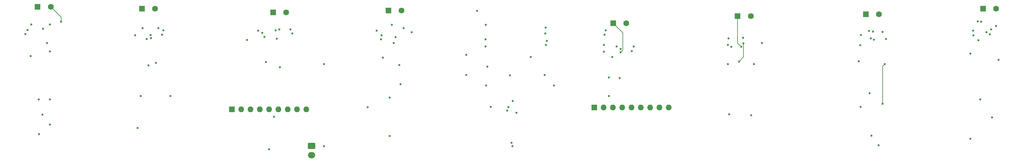
<source format=gbr>
%TF.GenerationSoftware,KiCad,Pcbnew,8.0.8*%
%TF.CreationDate,2025-05-04T20:59:53-05:00*%
%TF.ProjectId,Feedback_sleeve,46656564-6261-4636-9b5f-736c65657665,rev?*%
%TF.SameCoordinates,Original*%
%TF.FileFunction,Copper,L10,Inr*%
%TF.FilePolarity,Positive*%
%FSLAX46Y46*%
G04 Gerber Fmt 4.6, Leading zero omitted, Abs format (unit mm)*
G04 Created by KiCad (PCBNEW 8.0.8) date 2025-05-04 20:59:53*
%MOMM*%
%LPD*%
G01*
G04 APERTURE LIST*
G04 Aperture macros list*
%AMRoundRect*
0 Rectangle with rounded corners*
0 $1 Rounding radius*
0 $2 $3 $4 $5 $6 $7 $8 $9 X,Y pos of 4 corners*
0 Add a 4 corners polygon primitive as box body*
4,1,4,$2,$3,$4,$5,$6,$7,$8,$9,$2,$3,0*
0 Add four circle primitives for the rounded corners*
1,1,$1+$1,$2,$3*
1,1,$1+$1,$4,$5*
1,1,$1+$1,$6,$7*
1,1,$1+$1,$8,$9*
0 Add four rect primitives between the rounded corners*
20,1,$1+$1,$2,$3,$4,$5,0*
20,1,$1+$1,$4,$5,$6,$7,0*
20,1,$1+$1,$6,$7,$8,$9,0*
20,1,$1+$1,$8,$9,$2,$3,0*%
G04 Aperture macros list end*
%TA.AperFunction,ComponentPad*%
%ADD10RoundRect,0.250000X-0.550000X-0.550000X0.550000X-0.550000X0.550000X0.550000X-0.550000X0.550000X0*%
%TD*%
%TA.AperFunction,ComponentPad*%
%ADD11C,1.600000*%
%TD*%
%TA.AperFunction,ComponentPad*%
%ADD12R,1.600000X1.600000*%
%TD*%
%TA.AperFunction,ComponentPad*%
%ADD13O,1.600000X1.600000*%
%TD*%
%TA.AperFunction,ComponentPad*%
%ADD14RoundRect,0.250000X-0.750000X0.600000X-0.750000X-0.600000X0.750000X-0.600000X0.750000X0.600000X0*%
%TD*%
%TA.AperFunction,ComponentPad*%
%ADD15O,2.000000X1.700000*%
%TD*%
%TA.AperFunction,ViaPad*%
%ADD16C,0.600000*%
%TD*%
%TA.AperFunction,Conductor*%
%ADD17C,0.200000*%
%TD*%
G04 APERTURE END LIST*
D10*
%TO.N,Net-(J7-Pin_1)*%
%TO.C,J7*%
X242900000Y-17500000D03*
D11*
%TO.N,Net-(J7-Pin_2)*%
X246500000Y-17500000D03*
%TD*%
D10*
%TO.N,Net-(J8-Pin_1)*%
%TO.C,J8*%
X274900000Y-16000000D03*
D11*
%TO.N,Net-(J8-Pin_2)*%
X278500000Y-16000000D03*
%TD*%
D10*
%TO.N,Net-(J2-Pin_1)*%
%TO.C,J2*%
X45200000Y-16000000D03*
D11*
%TO.N,Net-(J2-Pin_2)*%
X48800000Y-16000000D03*
%TD*%
D10*
%TO.N,Net-(J6-Pin_1)*%
%TO.C,J6*%
X207900000Y-18000000D03*
D11*
%TO.N,Net-(J6-Pin_2)*%
X211500000Y-18000000D03*
%TD*%
D10*
%TO.N,Net-(J3-Pin_1)*%
%TO.C,J3*%
X81000000Y-17000000D03*
D11*
%TO.N,Net-(J3-Pin_2)*%
X84600000Y-17000000D03*
%TD*%
D12*
%TO.N,Net-(RN1-common)*%
%TO.C,RN2*%
X69760000Y-43500000D03*
D13*
%TO.N,Net-(RN2-R1)*%
X72300000Y-43500000D03*
%TO.N,Net-(RN2-R2)*%
X74840000Y-43500000D03*
%TO.N,Net-(RN2-R3)*%
X77380000Y-43500000D03*
%TO.N,Net-(RN2-R4)*%
X79920000Y-43500000D03*
%TO.N,Net-(RN2-R5)*%
X82460000Y-43500000D03*
%TO.N,Net-(RN2-R6)*%
X85000000Y-43500000D03*
%TO.N,Net-(RN2-R7)*%
X87540000Y-43500000D03*
%TO.N,Net-(RN2-R8)*%
X90080000Y-43500000D03*
%TD*%
D14*
%TO.N,Net-(J9-Pin_1)*%
%TO.C,J9*%
X91500000Y-53500000D03*
D15*
%TO.N,Net-(J9-Pin_2)*%
X91500000Y-56000000D03*
%TD*%
D10*
%TO.N,Net-(J4-Pin_1)*%
%TO.C,J4*%
X112500000Y-16500000D03*
D11*
%TO.N,Net-(J4-Pin_2)*%
X116100000Y-16500000D03*
%TD*%
D12*
%TO.N,Net-(RN1-common)*%
%TO.C,RN1*%
X168760000Y-43000000D03*
D13*
%TO.N,Net-(RN1-R1)*%
X171300000Y-43000000D03*
%TO.N,Net-(RN1-R2)*%
X173840000Y-43000000D03*
%TO.N,Net-(RN1-R3)*%
X176380000Y-43000000D03*
%TO.N,Net-(RN1-R4)*%
X178920000Y-43000000D03*
%TO.N,Net-(RN1-R5)*%
X181460000Y-43000000D03*
%TO.N,Net-(RN1-R6)*%
X184000000Y-43000000D03*
%TO.N,Net-(RN1-R7)*%
X186540000Y-43000000D03*
%TO.N,Net-(RN1-R8)*%
X189080000Y-43000000D03*
%TD*%
D10*
%TO.N,Net-(J1-Pin_1)*%
%TO.C,J1*%
X16700000Y-15500000D03*
D11*
%TO.N,Net-(J1-Pin_2)*%
X20300000Y-15500000D03*
%TD*%
D10*
%TO.N,Net-(J5-Pin_1)*%
%TO.C,J5*%
X173900000Y-20000000D03*
D11*
%TO.N,Net-(J5-Pin_2)*%
X177500000Y-20000000D03*
%TD*%
D16*
%TO.N,Net-(U1-GND)*%
X17095500Y-50321100D03*
X171377100Y-27752000D03*
X205594700Y-44905300D03*
X14834800Y-28967500D03*
X179017600Y-27617400D03*
X47589500Y-23225400D03*
X110467800Y-24348000D03*
X172682700Y-34819700D03*
X112842700Y-40329300D03*
X208245400Y-30467500D03*
X50728400Y-23100000D03*
X209432800Y-25440000D03*
X272252400Y-23280900D03*
X171566300Y-23086900D03*
X79067000Y-30518700D03*
X46961400Y-31470500D03*
X244401700Y-50745200D03*
X243947400Y-39076400D03*
X44866000Y-39904100D03*
X17001400Y-40829300D03*
X240951400Y-30411500D03*
X274157400Y-40829300D03*
X78663200Y-23693200D03*
X271418700Y-28282100D03*
X110979400Y-29408200D03*
X155457500Y-21133100D03*
X13395100Y-22941500D03*
X214570700Y-25376200D03*
X245123800Y-24500000D03*
%TO.N,Net-(U2-REG)*%
X274410700Y-19564400D03*
X279125700Y-29974700D03*
%TO.N,Net-(U4-REG)*%
X175674700Y-34923400D03*
%TO.N,Net-(U5-REG)*%
X113469400Y-20366500D03*
X115453800Y-31382200D03*
%TO.N,Net-(U10-REG)*%
X45411400Y-21344600D03*
X49065500Y-30811900D03*
%TO.N,Net-(U6-REG)*%
X15016300Y-20335300D03*
X20090700Y-47685200D03*
%TO.N,Net-(U9-REG)*%
X76938700Y-22008700D03*
X82922700Y-31970500D03*
%TO.N,Net-(U7-REG)*%
X243781600Y-22118400D03*
X246384400Y-53336900D03*
%TO.N,Net-(J1-Pin_1)*%
X19292700Y-25376200D03*
%TO.N,Net-(J1-Pin_2)*%
X23082700Y-19564400D03*
%TO.N,Net-(J2-Pin_2)*%
X51017600Y-21908700D03*
%TO.N,Net-(J2-Pin_1)*%
X47668900Y-24070700D03*
%TO.N,Net-(J3-Pin_2)*%
X85786700Y-21656900D03*
%TO.N,Net-(J3-Pin_1)*%
X86280400Y-22742700D03*
%TO.N,Net-(J4-Pin_1)*%
X114461700Y-23761600D03*
%TO.N,Net-(J4-Pin_2)*%
X118886400Y-22470300D03*
%TO.N,Net-(J5-Pin_2)*%
X179457200Y-26300300D03*
%TO.N,Net-(J5-Pin_1)*%
X175926200Y-27900000D03*
%TO.N,Net-(J6-Pin_1)*%
X208896100Y-26420700D03*
%TO.N,Net-(J7-Pin_1)*%
X248395400Y-24250000D03*
%TO.N,Net-(J7-Pin_2)*%
X244868400Y-22227600D03*
%TO.N,Net-(J8-Pin_1)*%
X276779600Y-23010400D03*
%TO.N,Net-(J8-Pin_2)*%
X277122500Y-21666800D03*
%TO.N,Net-(J9-Pin_1)*%
X145754700Y-34211000D03*
X94890700Y-31188000D03*
%TO.N,Net-(U1-PC01_A1_D1)*%
X173685700Y-29242000D03*
X171845900Y-21950500D03*
X139125100Y-20375000D03*
%TO.N,Net-(U1-PC05_A5_D5_SCL)*%
X139557100Y-31818900D03*
%TO.N,Net-(U1-PA03_A8_D8_SCK)*%
X82011000Y-24176200D03*
%TO.N,Net-(U1-PC00_A0_D0)*%
X273512700Y-19481600D03*
X273612700Y-24641500D03*
X136778700Y-16617400D03*
%TO.N,Net-(U1-PC06_A6_D6_TX)*%
X133786700Y-34093900D03*
X205249400Y-31188000D03*
X206170900Y-26416600D03*
%TO.N,Net-(U1-PC02_A2_D2)*%
X139058900Y-24413400D03*
X113954100Y-25376200D03*
%TO.N,Net-(U1-PA04_A9_D9_MISO)*%
X46445800Y-24270700D03*
X151344000Y-29168400D03*
%TO.N,Net-(U1-PC04_A4_D4_SDA)*%
X133786700Y-28647700D03*
%TO.N,Net-(U1-PC07_A7_D7_RX)*%
X155190200Y-34138800D03*
%TO.N,Net-(U1-PC03_A3_D3)*%
X139058900Y-26342800D03*
X241421900Y-25985700D03*
%TO.N,Net-(RN1-common)*%
X139214400Y-36999800D03*
X247484100Y-22339600D03*
X157739200Y-36999800D03*
X20092300Y-40829300D03*
X20090700Y-27682400D03*
X116668800Y-21334700D03*
X53002700Y-39905700D03*
X115830300Y-36619000D03*
X82695300Y-21708700D03*
X278429300Y-20774000D03*
X20090700Y-20330100D03*
X248039400Y-31188000D03*
X247482700Y-41982700D03*
X212337400Y-31188000D03*
X211578700Y-45078700D03*
X175924200Y-26989200D03*
X49716200Y-21330200D03*
X155381200Y-22754500D03*
X209417200Y-23983900D03*
%TO.N,Net-(RN1-R6)*%
X81279700Y-45523400D03*
X81692800Y-21917300D03*
%TO.N,Net-(RN1-R7)*%
X205374400Y-24104900D03*
%TO.N,Net-(RN1-R2)*%
X18070000Y-44981300D03*
X18194400Y-21458700D03*
%TO.N,Net-(RN1-R8)*%
X205233400Y-25927500D03*
%TO.N,Net-(RN1-R5)*%
X78041100Y-22633100D03*
X79930700Y-54435200D03*
%TO.N,Net-(RN1-R3)*%
X43340400Y-23250000D03*
X44026700Y-48623400D03*
%TO.N,Net-(RN1-R1)*%
X13996600Y-21818200D03*
X145314800Y-42912200D03*
%TO.N,Net-(RN1-R4)*%
X144991400Y-43836400D03*
%TO.N,Net-(RN2-R5)*%
X277402700Y-45717500D03*
X275844500Y-22470700D03*
%TO.N,Net-(RN2-R6)*%
X146389300Y-53624600D03*
X272168000Y-21999100D03*
X94871000Y-53624600D03*
X271418700Y-51529300D03*
%TO.N,Net-(RN2-R7)*%
X155792100Y-24795800D03*
X147504600Y-44475500D03*
X244286900Y-24161600D03*
%TO.N,Net-(RN2-R4)*%
X146160000Y-52645400D03*
X171326500Y-25862500D03*
X155558000Y-25896600D03*
%TO.N,Net-(RN2-R8)*%
X241531400Y-23154400D03*
X241498700Y-42811600D03*
%TO.N,Net-(RN2-R2)*%
X140461900Y-42812200D03*
X106858700Y-42942100D03*
X110618800Y-23261600D03*
%TO.N,Net-(RN2-R3)*%
X172682700Y-39905700D03*
X174878000Y-26284700D03*
X146470800Y-41259900D03*
%TO.N,Net-(RN2-R1)*%
X73946700Y-24529200D03*
X112842700Y-50827800D03*
X109318900Y-22028000D03*
%TD*%
D17*
%TO.N,Net-(U1-GND)*%
X209497800Y-25505000D02*
X209432800Y-25440000D01*
X209497800Y-29215100D02*
X209497800Y-25505000D01*
X208245400Y-30467500D02*
X209497800Y-29215100D01*
%TO.N,Net-(J1-Pin_2)*%
X20300000Y-15500000D02*
X23082700Y-18282700D01*
X23082700Y-18282700D02*
X23082700Y-19564400D01*
%TO.N,Net-(J5-Pin_1)*%
X173900000Y-20000000D02*
X176526400Y-22626400D01*
X176526400Y-22626400D02*
X176526400Y-27299800D01*
X176526400Y-27299800D02*
X175926200Y-27900000D01*
%TO.N,Net-(J6-Pin_1)*%
X208896100Y-26420700D02*
X207900000Y-25424600D01*
X207900000Y-25424600D02*
X207900000Y-18000000D01*
%TO.N,Net-(RN1-common)*%
X247482700Y-31744700D02*
X248039400Y-31188000D01*
X247482700Y-41982700D02*
X247482700Y-31744700D01*
%TD*%
M02*

</source>
